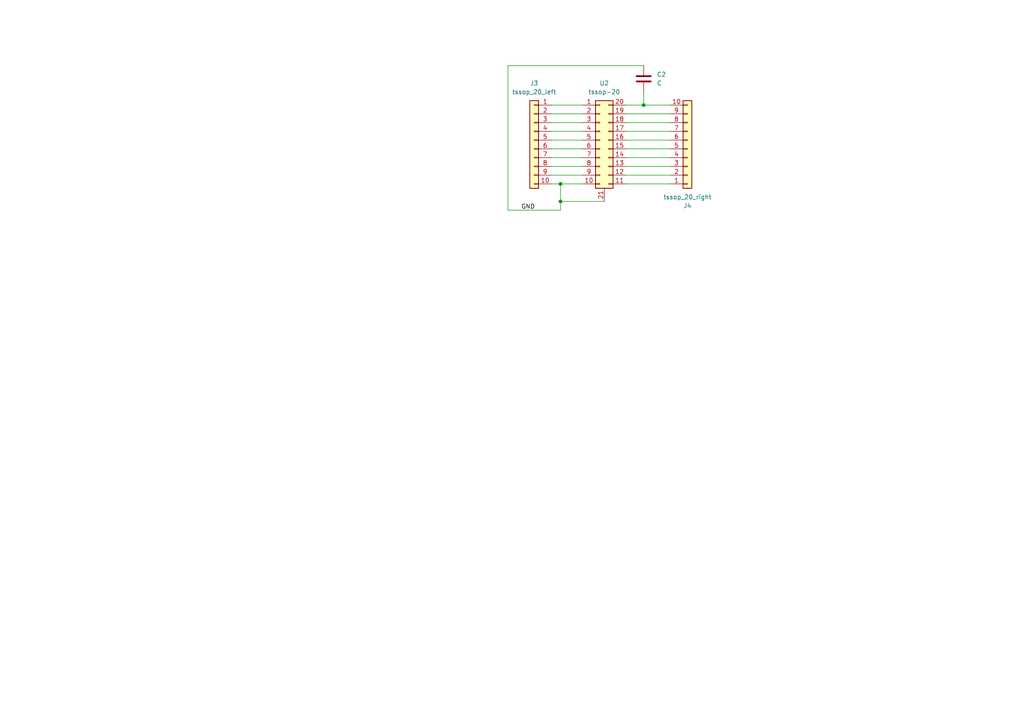
<source format=kicad_sch>
(kicad_sch (version 20231120) (generator "eeschema") (generator_version "8.0")
  (paper "A4")
  (lib_symbols
    (symbol "Connector_Generic:Conn_01x10" (pin_names (offset 1.016) hide)
      (property "Reference" "J" (at 0 12.7 0))
      (property "Value" "Conn_01x10" (at 0 -15.24 0))
      (symbol "Conn_01x10_1_1"
        (rectangle (start -1.27 -12.573) (end 0 -12.827) (stroke (width 0.1524)))
        (rectangle (start -1.27 -10.033) (end 0 -10.287) (stroke (width 0.1524)))
        (rectangle (start -1.27 -7.493) (end 0 -7.747) (stroke (width 0.1524)))
        (rectangle (start -1.27 -4.953) (end 0 -5.207) (stroke (width 0.1524)))
        (rectangle (start -1.27 -2.413) (end 0 -2.667) (stroke (width 0.1524)))
        (rectangle (start -1.27 0.127) (end 0 -0.127) (stroke (width 0.1524)))
        (rectangle (start -1.27 2.667) (end 0 2.413) (stroke (width 0.1524)))
        (rectangle (start -1.27 5.207) (end 0 4.953) (stroke (width 0.1524)))
        (rectangle (start -1.27 7.747) (end 0 7.493) (stroke (width 0.1524)))
        (rectangle (start -1.27 10.287) (end 0 10.033) (stroke (width 0.1524)))
        (rectangle (start -1.27 11.43) (end 1.27 -13.97) (stroke (width 0.254)) (fill (type background)))
        (pin passive line (at -5.08 10.16 0) (length 3.81) (name "Pin_1") (number "1"))
        (pin passive line (at -5.08 -12.7 0) (length 3.81) (name "Pin_10") (number "10"))
        (pin passive line (at -5.08 7.62 0) (length 3.81) (name "Pin_2") (number "2"))
        (pin passive line (at -5.08 5.08 0) (length 3.81) (name "Pin_3") (number "3"))
        (pin passive line (at -5.08 2.54 0) (length 3.81) (name "Pin_4") (number "4"))
        (pin passive line (at -5.08 0 0) (length 3.81) (name "Pin_5") (number "5"))
        (pin passive line (at -5.08 -2.54 0) (length 3.81) (name "Pin_6") (number "6"))
        (pin passive line (at -5.08 -5.08 0) (length 3.81) (name "Pin_7") (number "7"))
        (pin passive line (at -5.08 -7.62 0) (length 3.81) (name "Pin_8") (number "8"))
        (pin passive line (at -5.08 -10.16 0) (length 3.81) (name "Pin_9") (number "9"))
      )
    )
    (symbol "Connector_Generic:Conn_02x10_Counter_Clockwise" (pin_names (offset 1.016) hide)
      (property "Reference" "U2" (at 1.27 16.51 0))
      (property "Value" "tssop-20" (at 1.27 13.97 0))
      (symbol "Conn_02x10_Counter_Clockwise_1_1"
        (rectangle (start -1.27 -12.573) (end 0 -12.827) (stroke (width 0.1524)))
        (rectangle (start -1.27 -10.033) (end 0 -10.287) (stroke (width 0.1524)))
        (rectangle (start -1.27 -7.493) (end 0 -7.747) (stroke (width 0.1524)))
        (rectangle (start -1.27 -4.953) (end 0 -5.207) (stroke (width 0.1524)))
        (rectangle (start -1.27 -2.413) (end 0 -2.667) (stroke (width 0.1524)))
        (rectangle (start -1.27 0.127) (end 0 -0.127) (stroke (width 0.1524)))
        (rectangle (start -1.27 2.667) (end 0 2.413) (stroke (width 0.1524)))
        (rectangle (start -1.27 5.207) (end 0 4.953) (stroke (width 0.1524)))
        (rectangle (start -1.27 7.747) (end 0 7.493) (stroke (width 0.1524)))
        (rectangle (start -1.27 10.287) (end 0 10.033) (stroke (width 0.1524)))
        (rectangle (start -1.27 11.43) (end 3.81 -13.97) (stroke (width 0.254)) (fill (type background)))
        (rectangle (start 3.81 -12.573) (end 2.54 -12.827) (stroke (width 0.1524)))
        (rectangle (start 3.81 -10.033) (end 2.54 -10.287) (stroke (width 0.1524)))
        (rectangle (start 3.81 -7.493) (end 2.54 -7.747) (stroke (width 0.1524)))
        (rectangle (start 3.81 -4.953) (end 2.54 -5.207) (stroke (width 0.1524)))
        (rectangle (start 3.81 -2.413) (end 2.54 -2.667) (stroke (width 0.1524)))
        (rectangle (start 3.81 0.127) (end 2.54 -0.127) (stroke (width 0.1524)))
        (rectangle (start 3.81 2.667) (end 2.54 2.413) (stroke (width 0.1524)))
        (rectangle (start 3.81 5.207) (end 2.54 4.953) (stroke (width 0.1524)))
        (rectangle (start 3.81 7.747) (end 2.54 7.493) (stroke (width 0.1524)))
        (rectangle (start 3.81 10.287) (end 2.54 10.033) (stroke (width 0.1524)))
        (pin passive line (at -5.08 10.16 0) (length 3.81) (name "Pin_1") (number "1"))
        (pin passive line (at -5.08 -12.7 0) (length 3.81) (name "Pin_10") (number "10"))
        (pin passive line (at 7.62 -12.7 180) (length 3.81) (name "Pin_11") (number "11"))
        (pin passive line (at 7.62 -10.16 180) (length 3.81) (name "Pin_12") (number "12"))
        (pin passive line (at 7.62 -7.62 180) (length 3.81) (name "Pin_13") (number "13"))
        (pin passive line (at 7.62 -5.08 180) (length 3.81) (name "Pin_14") (number "14"))
        (pin passive line (at 7.62 -2.54 180) (length 3.81) (name "Pin_15") (number "15"))
        (pin passive line (at 7.62 0 180) (length 3.81) (name "Pin_16") (number "16"))
        (pin passive line (at 7.62 2.54 180) (length 3.81) (name "Pin_17") (number "17"))
        (pin passive line (at 7.62 5.08 180) (length 3.81) (name "Pin_18") (number "18"))
        (pin passive line (at 7.62 7.62 180) (length 3.81) (name "Pin_19") (number "19"))
        (pin passive line (at -5.08 7.62 0) (length 3.81) (name "Pin_2") (number "2"))
        (pin passive line (at 7.62 10.16 180) (length 3.81) (name "Pin_20") (number "20"))
        (pin passive line (at 1.27 -17.78 90) (length 3.81) (name "Pin_21") (number "21"))
        (pin passive line (at -5.08 5.08 0) (length 3.81) (name "Pin_3") (number "3"))
        (pin passive line (at -5.08 2.54 0) (length 3.81) (name "Pin_4") (number "4"))
        (pin passive line (at -5.08 0 0) (length 3.81) (name "Pin_5") (number "5"))
        (pin passive line (at -5.08 -2.54 0) (length 3.81) (name "Pin_6") (number "6"))
        (pin passive line (at -5.08 -5.08 0) (length 3.81) (name "Pin_7") (number "7"))
        (pin passive line (at -5.08 -7.62 0) (length 3.81) (name "Pin_8") (number "8"))
        (pin passive line (at -5.08 -10.16 0) (length 3.81) (name "Pin_9") (number "9"))
      )
    )
    (symbol "Device:C" (pin_numbers hide) (pin_names (offset 0.254))
      (property "Reference" "C" (at 0.635 2.54 0))
      (property "Value" "C" (at 0.635 -2.54 0))
      (symbol "C_0_1"
        (polyline (pts (xy -2.032 -0.762) (xy 2.032 -0.762)) (stroke (width 0.508)))
        (polyline (pts (xy -2.032 0.762) (xy 2.032 0.762)) (stroke (width 0.508)))
      )
      (symbol "C_1_1"
        (pin passive line (at 0 3.81 270) (length 2.794) (name "~") (number "1"))
        (pin passive line (at 0 -3.81 90) (length 2.794) (name "~") (number "2"))
      )
    )
  )
  (junction (at 186.69 30.48))
  (junction (at 162.56 53.34))
  (junction (at 162.56 58.42))
  (wire (pts (xy 181.61 45.72) (xy 194.31 45.72)))
  (wire (pts (xy 181.61 43.18) (xy 194.31 43.18)))
  (wire (pts (xy 160.02 35.56) (xy 168.91 35.56)))
  (wire (pts (xy 160.02 48.26) (xy 168.91 48.26)))
  (wire (pts (xy 160.02 43.18) (xy 168.91 43.18)))
  (wire (pts (xy 181.61 35.56) (xy 194.31 35.56)))
  (wire (pts (xy 181.61 50.8) (xy 194.31 50.8)))
  (wire (pts (xy 186.69 19.05) (xy 147.32 19.05)))
  (wire (pts (xy 181.61 53.34) (xy 194.31 53.34)))
  (wire (pts (xy 181.61 38.1) (xy 194.31 38.1)))
  (wire (pts (xy 160.02 38.1) (xy 168.91 38.1)))
  (wire (pts (xy 147.32 19.05) (xy 147.32 60.96)))
  (wire (pts (xy 160.02 50.8) (xy 168.91 50.8)))
  (wire (pts (xy 186.69 30.48) (xy 194.31 30.48)))
  (wire (pts (xy 162.56 60.96) (xy 162.56 58.42)))
  (wire (pts (xy 181.61 40.64) (xy 194.31 40.64)))
  (wire (pts (xy 160.02 30.48) (xy 168.91 30.48)))
  (wire (pts (xy 160.02 45.72) (xy 168.91 45.72)))
  (wire (pts (xy 160.02 53.34) (xy 162.56 53.34)))
  (wire (pts (xy 162.56 53.34) (xy 168.91 53.34)))
  (wire (pts (xy 181.61 30.48) (xy 186.69 30.48)))
  (wire (pts (xy 181.61 48.26) (xy 194.31 48.26)))
  (wire (pts (xy 162.56 58.42) (xy 175.26 58.42)))
  (wire (pts (xy 160.02 33.02) (xy 168.91 33.02)))
  (wire (pts (xy 162.56 58.42) (xy 162.56 53.34)))
  (wire (pts (xy 147.32 60.96) (xy 162.56 60.96)))
  (wire (pts (xy 160.02 40.64) (xy 168.91 40.64)))
  (wire (pts (xy 181.61 33.02) (xy 194.31 33.02)))
  (wire (pts (xy 186.69 26.67) (xy 186.69 30.48)))
  (label "GND" (at 151.13 60.96 0))
  (symbol (lib_id "Connector_Generic:Conn_01x10") (at 154.94 40.64 0) (mirror y) (unit 1)
    (property "Reference" "J3" (at 154.94 24.13 0))
    (property "Value" "tssop_20_left" (at 154.94 26.67 0))
    (property "Footprint" "Connector_PinHeader_2.54mm:PinHeader_1x10_P2.54mm_Vertical" (effects (hide yes)))
    (property "Description" "Generic connector, single row, 01x10, script generated (kicad-library-utils/schlib/autogen/connector/)" (effects (hide yes)))
  )
  (symbol (lib_id "Connector_Generic:Conn_01x10") (at 199.39 43.18 0) (mirror x) (unit 1)
    (property "Reference" "J4" (at 199.39 59.69 0))
    (property "Value" "tssop_20_right" (at 199.39 57.15 0))
    (property "Footprint" "Connector_PinHeader_2.54mm:PinHeader_1x10_P2.54mm_Vertical" (effects (hide yes)))
    (property "Description" "Generic connector, single row, 01x10, script generated (kicad-library-utils/schlib/autogen/connector/)" (effects (hide yes)))
  )
  (symbol (lib_id "Connector_Generic:Conn_02x10_Counter_Clockwise") (at 173.99 40.64 0) (unit 1)
    (property "Reference" "U2" (at 175.26 24.13 0))
    (property "Value" "tssop-20" (at 175.26 26.67 0))
    (property "Footprint" "Package_DFN_QFN:DHVQFN-20-1EP_2.5x4.5mm_P0.5mm_EP1x3mm" (effects (hide yes)))
    (property "Description" "Generic connector, double row, 02x10, counter clockwise pin numbering scheme (similar to DIP package numbering), script generated (kicad-library-utils/schlib/autogen/connector/)" (effects (hide yes)))
  )
  (symbol (lib_id "Device:C") (at 186.69 22.86 0) (unit 1)
    (property "Reference" "C2" (at 190.5 21.5899 0) (effects (justify left)))
    (property "Value" "C" (at 190.5 24.1299 0) (effects (justify left)))
    (property "Footprint" "Capacitor_SMD:C_0805_2012Metric_Pad1.18x1.45mm_HandSolder" (effects (hide yes)))
    (property "Description" "Unpolarized capacitor" (effects (hide yes)))
  )
)
</source>
